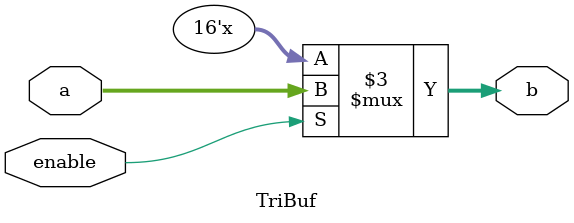
<source format=v>
module TriBuf(a, b, enable);
	
	input [15:0] a;
	input enable;
	
	output reg [15:0] b;
	
	always @ (enable or a) begin
		if (enable)
			b <= a;
		else
			b <= 16'bz;
	end

endmodule
</source>
